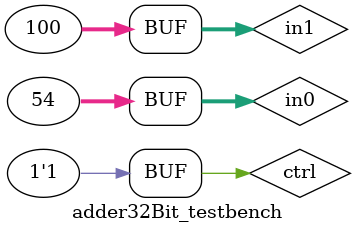
<source format=sv>


`timescale 1 ps / 100 fs

module adder32Bit #(parameter WIDTH = 32)(out, cout, overflow, in0, in1, ctrl);
	output [WIDTH-1:0] out;
	output cout, overflow;
	input [WIDTH-1:0] in0, in1;
	input ctrl;
	
	wire[WIDTH:0] carryValues; // contains carry in and carry out values
	wire [WIDTH-1:0] in1ToAdder, notIn1, tempOut;
	
	assign carryValues[0] = ctrl;
	
	// compute sum of each bit to calculate 32 bit sum
	genvar i;	
	generate
		for(i=0; i<WIDTH; i++) begin : eachBit
		
			// flip in1[i] bit if subtracting (ie ctrl = 1)
			not #50 (notIn1[i], in1[i]);
			mux2_1Bit muxToSubtract (.out(in1ToAdder[i]), .in0(in1[i]), .in1(notIn1[i]), .sel(ctrl));
			
			adder addrBit (.sum(tempOut[i]), .cout(carryValues[i+1]), .a(in0[i]), .b(in1ToAdder[i]), .cin(carryValues[i]));
		end
	endgenerate
	
	// overflow is xor of last two carry out values 
	xor #50(overflow, carryValues[WIDTH-1], carryValues[WIDTH]);
	
	// Carry Out = carry out of last bit (ie CarryValues[31+1])
	assign cout = carryValues[WIDTH];
	assign out = tempOut;	
	
endmodule 

module adder32Bit_testbench();
	parameter WIDTH = 32;
	wire [WIDTH-1:0] out;
	wire cout, overflow;
	reg [WIDTH-1:0] in0, in1;
	reg ctrl;
	
	adder32Bit dut (.out, .cout, .overflow, .in0, .in1, .ctrl);

	initial begin
		ctrl = 0;
		in0 = 0; in1 = 0; #100000;
		in0 = 2; in1 = 8; #100000;
		in0 = 10; in1 = 0; #100000;
		ctrl = 1; 
		in0 = 40; in1 = 12; #100000;
		in0 = 54; in1 = 100; #100000;
		
	end
endmodule 
</source>
